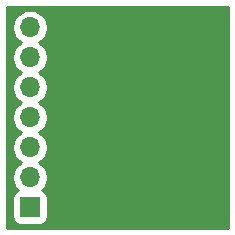
<source format=gbr>
%TF.GenerationSoftware,KiCad,Pcbnew,5.1.7-a382d34a8~88~ubuntu16.04.1*%
%TF.CreationDate,2022-04-02T16:43:32-04:00*%
%TF.ProjectId,eInkBreakout,65496e6b-4272-4656-916b-6f75742e6b69,rev?*%
%TF.SameCoordinates,Original*%
%TF.FileFunction,Copper,L2,Bot*%
%TF.FilePolarity,Positive*%
%FSLAX46Y46*%
G04 Gerber Fmt 4.6, Leading zero omitted, Abs format (unit mm)*
G04 Created by KiCad (PCBNEW 5.1.7-a382d34a8~88~ubuntu16.04.1) date 2022-04-02 16:43:32*
%MOMM*%
%LPD*%
G01*
G04 APERTURE LIST*
%TA.AperFunction,ComponentPad*%
%ADD10R,1.700000X1.700000*%
%TD*%
%TA.AperFunction,ComponentPad*%
%ADD11O,1.700000X1.700000*%
%TD*%
%TA.AperFunction,NonConductor*%
%ADD12C,0.254000*%
%TD*%
%TA.AperFunction,NonConductor*%
%ADD13C,0.100000*%
%TD*%
G04 APERTURE END LIST*
D10*
%TO.P,J1,1*%
%TO.N,Top*%
X95600000Y-114600000D03*
D11*
%TO.P,J1,2*%
%TO.N,Bkgd*%
X95600000Y-112060000D03*
%TO.P,J1,3*%
%TO.N,Dot1*%
X95600000Y-109520000D03*
%TO.P,J1,4*%
%TO.N,Dot2*%
X95600000Y-106980000D03*
%TO.P,J1,5*%
%TO.N,Dot3*%
X95600000Y-104440000D03*
%TO.P,J1,6*%
%TO.N,Dot4*%
X95600000Y-101900000D03*
%TO.P,J1,7*%
%TO.N,Dot5Distal*%
X95600000Y-99360000D03*
%TD*%
D12*
X112340001Y-116340000D02*
X93660000Y-116340000D01*
X93660000Y-113750000D01*
X94111928Y-113750000D01*
X94111928Y-115450000D01*
X94124188Y-115574482D01*
X94160498Y-115694180D01*
X94219463Y-115804494D01*
X94298815Y-115901185D01*
X94395506Y-115980537D01*
X94505820Y-116039502D01*
X94625518Y-116075812D01*
X94750000Y-116088072D01*
X96450000Y-116088072D01*
X96574482Y-116075812D01*
X96694180Y-116039502D01*
X96804494Y-115980537D01*
X96901185Y-115901185D01*
X96980537Y-115804494D01*
X97039502Y-115694180D01*
X97075812Y-115574482D01*
X97088072Y-115450000D01*
X97088072Y-113750000D01*
X97075812Y-113625518D01*
X97039502Y-113505820D01*
X96980537Y-113395506D01*
X96901185Y-113298815D01*
X96804494Y-113219463D01*
X96694180Y-113160498D01*
X96621620Y-113138487D01*
X96753475Y-113006632D01*
X96915990Y-112763411D01*
X97027932Y-112493158D01*
X97085000Y-112206260D01*
X97085000Y-111913740D01*
X97027932Y-111626842D01*
X96915990Y-111356589D01*
X96753475Y-111113368D01*
X96546632Y-110906525D01*
X96372240Y-110790000D01*
X96546632Y-110673475D01*
X96753475Y-110466632D01*
X96915990Y-110223411D01*
X97027932Y-109953158D01*
X97085000Y-109666260D01*
X97085000Y-109373740D01*
X97027932Y-109086842D01*
X96915990Y-108816589D01*
X96753475Y-108573368D01*
X96546632Y-108366525D01*
X96372240Y-108250000D01*
X96546632Y-108133475D01*
X96753475Y-107926632D01*
X96915990Y-107683411D01*
X97027932Y-107413158D01*
X97085000Y-107126260D01*
X97085000Y-106833740D01*
X97027932Y-106546842D01*
X96915990Y-106276589D01*
X96753475Y-106033368D01*
X96546632Y-105826525D01*
X96372240Y-105710000D01*
X96546632Y-105593475D01*
X96753475Y-105386632D01*
X96915990Y-105143411D01*
X97027932Y-104873158D01*
X97085000Y-104586260D01*
X97085000Y-104293740D01*
X97027932Y-104006842D01*
X96915990Y-103736589D01*
X96753475Y-103493368D01*
X96546632Y-103286525D01*
X96372240Y-103170000D01*
X96546632Y-103053475D01*
X96753475Y-102846632D01*
X96915990Y-102603411D01*
X97027932Y-102333158D01*
X97085000Y-102046260D01*
X97085000Y-101753740D01*
X97027932Y-101466842D01*
X96915990Y-101196589D01*
X96753475Y-100953368D01*
X96546632Y-100746525D01*
X96372240Y-100630000D01*
X96546632Y-100513475D01*
X96753475Y-100306632D01*
X96915990Y-100063411D01*
X97027932Y-99793158D01*
X97085000Y-99506260D01*
X97085000Y-99213740D01*
X97027932Y-98926842D01*
X96915990Y-98656589D01*
X96753475Y-98413368D01*
X96546632Y-98206525D01*
X96303411Y-98044010D01*
X96033158Y-97932068D01*
X95746260Y-97875000D01*
X95453740Y-97875000D01*
X95166842Y-97932068D01*
X94896589Y-98044010D01*
X94653368Y-98206525D01*
X94446525Y-98413368D01*
X94284010Y-98656589D01*
X94172068Y-98926842D01*
X94115000Y-99213740D01*
X94115000Y-99506260D01*
X94172068Y-99793158D01*
X94284010Y-100063411D01*
X94446525Y-100306632D01*
X94653368Y-100513475D01*
X94827760Y-100630000D01*
X94653368Y-100746525D01*
X94446525Y-100953368D01*
X94284010Y-101196589D01*
X94172068Y-101466842D01*
X94115000Y-101753740D01*
X94115000Y-102046260D01*
X94172068Y-102333158D01*
X94284010Y-102603411D01*
X94446525Y-102846632D01*
X94653368Y-103053475D01*
X94827760Y-103170000D01*
X94653368Y-103286525D01*
X94446525Y-103493368D01*
X94284010Y-103736589D01*
X94172068Y-104006842D01*
X94115000Y-104293740D01*
X94115000Y-104586260D01*
X94172068Y-104873158D01*
X94284010Y-105143411D01*
X94446525Y-105386632D01*
X94653368Y-105593475D01*
X94827760Y-105710000D01*
X94653368Y-105826525D01*
X94446525Y-106033368D01*
X94284010Y-106276589D01*
X94172068Y-106546842D01*
X94115000Y-106833740D01*
X94115000Y-107126260D01*
X94172068Y-107413158D01*
X94284010Y-107683411D01*
X94446525Y-107926632D01*
X94653368Y-108133475D01*
X94827760Y-108250000D01*
X94653368Y-108366525D01*
X94446525Y-108573368D01*
X94284010Y-108816589D01*
X94172068Y-109086842D01*
X94115000Y-109373740D01*
X94115000Y-109666260D01*
X94172068Y-109953158D01*
X94284010Y-110223411D01*
X94446525Y-110466632D01*
X94653368Y-110673475D01*
X94827760Y-110790000D01*
X94653368Y-110906525D01*
X94446525Y-111113368D01*
X94284010Y-111356589D01*
X94172068Y-111626842D01*
X94115000Y-111913740D01*
X94115000Y-112206260D01*
X94172068Y-112493158D01*
X94284010Y-112763411D01*
X94446525Y-113006632D01*
X94578380Y-113138487D01*
X94505820Y-113160498D01*
X94395506Y-113219463D01*
X94298815Y-113298815D01*
X94219463Y-113395506D01*
X94160498Y-113505820D01*
X94124188Y-113625518D01*
X94111928Y-113750000D01*
X93660000Y-113750000D01*
X93660000Y-97660000D01*
X112340000Y-97660000D01*
X112340001Y-116340000D01*
%TA.AperFunction,NonConductor*%
D13*
G36*
X112340001Y-116340000D02*
G01*
X93660000Y-116340000D01*
X93660000Y-113750000D01*
X94111928Y-113750000D01*
X94111928Y-115450000D01*
X94124188Y-115574482D01*
X94160498Y-115694180D01*
X94219463Y-115804494D01*
X94298815Y-115901185D01*
X94395506Y-115980537D01*
X94505820Y-116039502D01*
X94625518Y-116075812D01*
X94750000Y-116088072D01*
X96450000Y-116088072D01*
X96574482Y-116075812D01*
X96694180Y-116039502D01*
X96804494Y-115980537D01*
X96901185Y-115901185D01*
X96980537Y-115804494D01*
X97039502Y-115694180D01*
X97075812Y-115574482D01*
X97088072Y-115450000D01*
X97088072Y-113750000D01*
X97075812Y-113625518D01*
X97039502Y-113505820D01*
X96980537Y-113395506D01*
X96901185Y-113298815D01*
X96804494Y-113219463D01*
X96694180Y-113160498D01*
X96621620Y-113138487D01*
X96753475Y-113006632D01*
X96915990Y-112763411D01*
X97027932Y-112493158D01*
X97085000Y-112206260D01*
X97085000Y-111913740D01*
X97027932Y-111626842D01*
X96915990Y-111356589D01*
X96753475Y-111113368D01*
X96546632Y-110906525D01*
X96372240Y-110790000D01*
X96546632Y-110673475D01*
X96753475Y-110466632D01*
X96915990Y-110223411D01*
X97027932Y-109953158D01*
X97085000Y-109666260D01*
X97085000Y-109373740D01*
X97027932Y-109086842D01*
X96915990Y-108816589D01*
X96753475Y-108573368D01*
X96546632Y-108366525D01*
X96372240Y-108250000D01*
X96546632Y-108133475D01*
X96753475Y-107926632D01*
X96915990Y-107683411D01*
X97027932Y-107413158D01*
X97085000Y-107126260D01*
X97085000Y-106833740D01*
X97027932Y-106546842D01*
X96915990Y-106276589D01*
X96753475Y-106033368D01*
X96546632Y-105826525D01*
X96372240Y-105710000D01*
X96546632Y-105593475D01*
X96753475Y-105386632D01*
X96915990Y-105143411D01*
X97027932Y-104873158D01*
X97085000Y-104586260D01*
X97085000Y-104293740D01*
X97027932Y-104006842D01*
X96915990Y-103736589D01*
X96753475Y-103493368D01*
X96546632Y-103286525D01*
X96372240Y-103170000D01*
X96546632Y-103053475D01*
X96753475Y-102846632D01*
X96915990Y-102603411D01*
X97027932Y-102333158D01*
X97085000Y-102046260D01*
X97085000Y-101753740D01*
X97027932Y-101466842D01*
X96915990Y-101196589D01*
X96753475Y-100953368D01*
X96546632Y-100746525D01*
X96372240Y-100630000D01*
X96546632Y-100513475D01*
X96753475Y-100306632D01*
X96915990Y-100063411D01*
X97027932Y-99793158D01*
X97085000Y-99506260D01*
X97085000Y-99213740D01*
X97027932Y-98926842D01*
X96915990Y-98656589D01*
X96753475Y-98413368D01*
X96546632Y-98206525D01*
X96303411Y-98044010D01*
X96033158Y-97932068D01*
X95746260Y-97875000D01*
X95453740Y-97875000D01*
X95166842Y-97932068D01*
X94896589Y-98044010D01*
X94653368Y-98206525D01*
X94446525Y-98413368D01*
X94284010Y-98656589D01*
X94172068Y-98926842D01*
X94115000Y-99213740D01*
X94115000Y-99506260D01*
X94172068Y-99793158D01*
X94284010Y-100063411D01*
X94446525Y-100306632D01*
X94653368Y-100513475D01*
X94827760Y-100630000D01*
X94653368Y-100746525D01*
X94446525Y-100953368D01*
X94284010Y-101196589D01*
X94172068Y-101466842D01*
X94115000Y-101753740D01*
X94115000Y-102046260D01*
X94172068Y-102333158D01*
X94284010Y-102603411D01*
X94446525Y-102846632D01*
X94653368Y-103053475D01*
X94827760Y-103170000D01*
X94653368Y-103286525D01*
X94446525Y-103493368D01*
X94284010Y-103736589D01*
X94172068Y-104006842D01*
X94115000Y-104293740D01*
X94115000Y-104586260D01*
X94172068Y-104873158D01*
X94284010Y-105143411D01*
X94446525Y-105386632D01*
X94653368Y-105593475D01*
X94827760Y-105710000D01*
X94653368Y-105826525D01*
X94446525Y-106033368D01*
X94284010Y-106276589D01*
X94172068Y-106546842D01*
X94115000Y-106833740D01*
X94115000Y-107126260D01*
X94172068Y-107413158D01*
X94284010Y-107683411D01*
X94446525Y-107926632D01*
X94653368Y-108133475D01*
X94827760Y-108250000D01*
X94653368Y-108366525D01*
X94446525Y-108573368D01*
X94284010Y-108816589D01*
X94172068Y-109086842D01*
X94115000Y-109373740D01*
X94115000Y-109666260D01*
X94172068Y-109953158D01*
X94284010Y-110223411D01*
X94446525Y-110466632D01*
X94653368Y-110673475D01*
X94827760Y-110790000D01*
X94653368Y-110906525D01*
X94446525Y-111113368D01*
X94284010Y-111356589D01*
X94172068Y-111626842D01*
X94115000Y-111913740D01*
X94115000Y-112206260D01*
X94172068Y-112493158D01*
X94284010Y-112763411D01*
X94446525Y-113006632D01*
X94578380Y-113138487D01*
X94505820Y-113160498D01*
X94395506Y-113219463D01*
X94298815Y-113298815D01*
X94219463Y-113395506D01*
X94160498Y-113505820D01*
X94124188Y-113625518D01*
X94111928Y-113750000D01*
X93660000Y-113750000D01*
X93660000Y-97660000D01*
X112340000Y-97660000D01*
X112340001Y-116340000D01*
G37*
%TD.AperFunction*%
M02*

</source>
